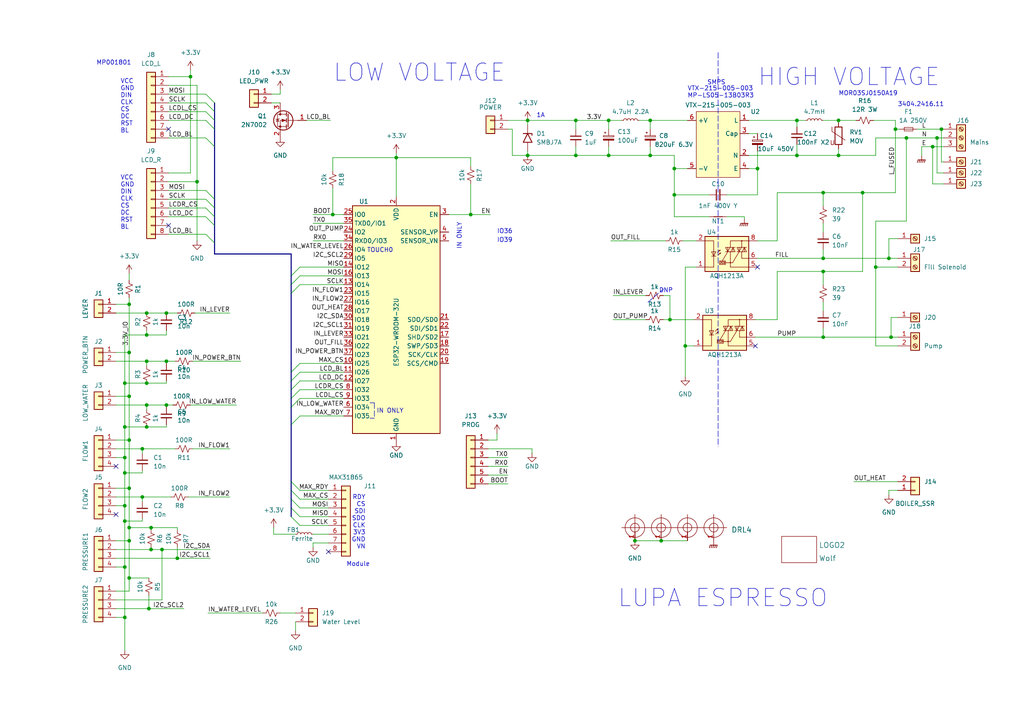
<source format=kicad_sch>
(kicad_sch (version 20211123) (generator eeschema)
  (paper "A4")
  (junction (at 258.445 97.79))
  (junction (at 188.595 45.085))
  (junction (at 36.195 146.685))
  (junction (at 136.525 62.23))
  (junction (at 37.465 102.235))
  (junction (at 273.05 37.465))
  (junction (at 96.52 62.23))
  (junction (at 238.76 78.74))
  (junction (at 194.31 92.71))
  (junction (at 36.195 111.125))
  (junction (at 184.15 156.845))
  (junction (at 48.26 90.805))
  (junction (at 243.205 45.085))
  (junction (at 254 77.47))
  (junction (at 42.545 90.805))
  (junction (at 231.14 45.085))
  (junction (at 153.035 34.925))
  (junction (at 43.815 153.035))
  (junction (at 36.195 151.13))
  (junction (at 46.99 159.385))
  (junction (at 243.205 34.925))
  (junction (at 48.26 104.775))
  (junction (at 198.755 100.33))
  (junction (at 167.005 45.085))
  (junction (at 188.595 34.925))
  (junction (at 238.76 97.79))
  (junction (at 114.935 45.72))
  (junction (at 51.435 161.925))
  (junction (at 219.71 48.895))
  (junction (at 257.81 74.93))
  (junction (at 42.545 97.155))
  (junction (at 36.195 137.16))
  (junction (at 37.465 114.935))
  (junction (at 42.545 111.125))
  (junction (at 176.53 34.925))
  (junction (at 37.465 167.64))
  (junction (at 48.26 117.475))
  (junction (at 176.53 45.085))
  (junction (at 250.19 55.88))
  (junction (at 37.465 156.845))
  (junction (at 43.18 176.53))
  (junction (at 37.465 153.035))
  (junction (at 195.58 56.515))
  (junction (at 41.275 144.145))
  (junction (at 191.77 156.845))
  (junction (at 259.715 37.465))
  (junction (at 55.245 22.225))
  (junction (at 238.76 55.88))
  (junction (at 167.005 34.925))
  (junction (at 36.195 179.07))
  (junction (at 42.545 123.825))
  (junction (at 36.195 164.465))
  (junction (at 43.815 159.385))
  (junction (at 37.465 127.635))
  (junction (at 153.035 45.085))
  (junction (at 41.275 130.175))
  (junction (at 238.76 74.93))
  (junction (at 37.465 141.605))
  (junction (at 231.14 34.925))
  (junction (at 42.545 117.475))
  (junction (at 270.51 42.545))
  (junction (at 36.195 123.825))
  (junction (at 57.15 52.705))
  (junction (at 195.58 48.895))
  (junction (at 262.89 40.005))
  (junction (at 42.545 104.775))
  (junction (at 37.465 88.265))
  (junction (at 271.78 40.005))
  (junction (at 36.195 132.715))
  (no_connect (at 219.075 100.33))
  (no_connect (at 95.25 160.02))
  (no_connect (at 33.655 135.255))
  (no_connect (at 219.71 77.47))
  (no_connect (at 48.895 65.405))
  (no_connect (at 33.655 149.225))
  (no_connect (at 48.895 37.465))
  (bus_entry (at 86.995 147.32) (size -2.54 -2.54))
  (bus_entry (at 59.69 67.945) (size 2.54 2.54))
  (bus_entry (at 84.455 80.01) (size 2.54 -2.54))
  (bus_entry (at 84.455 115.57) (size 2.54 -2.54))
  (bus_entry (at 86.995 105.41) (size -2.54 2.54))
  (bus_entry (at 84.455 123.19) (size 2.54 -2.54))
  (bus_entry (at 86.995 142.24) (size -2.54 -2.54))
  (bus_entry (at 59.69 34.925) (size 2.54 2.54))
  (bus_entry (at 84.455 110.49) (size 2.54 -2.54))
  (bus_entry (at 84.455 85.09) (size 2.54 -2.54))
  (bus_entry (at 86.995 149.86) (size -2.54 -2.54))
  (bus_entry (at 59.69 32.385) (size 2.54 2.54))
  (bus_entry (at 84.455 113.03) (size 2.54 -2.54))
  (bus_entry (at 59.69 27.305) (size 2.54 2.54))
  (bus_entry (at 59.69 60.325) (size 2.54 2.54))
  (bus_entry (at 86.995 144.78) (size -2.54 -2.54))
  (bus_entry (at 84.455 118.11) (size 2.54 -2.54))
  (bus_entry (at 86.995 152.4) (size -2.54 -2.54))
  (bus_entry (at 59.69 55.245) (size 2.54 2.54))
  (bus_entry (at 59.69 62.865) (size 2.54 2.54))
  (bus_entry (at 59.69 40.005) (size 2.54 2.54))
  (bus_entry (at 59.69 57.785) (size 2.54 2.54))
  (bus_entry (at 59.69 29.845) (size 2.54 2.54))
  (bus_entry (at 84.455 82.55) (size 2.54 -2.54))
  (bus (pts (xy 62.23 65.405) (xy 62.23 70.485)))
  (wire (pts (xy 198.755 77.47) (xy 201.93 77.47)))
  (wire (pts (xy 141.605 132.715) (xy 147.32 132.715)))
  (wire (pts (xy 259.715 37.465) (xy 260.985 37.465)))
  (wire (pts (xy 254 100.33) (xy 260.35 100.33)))
  (bus (pts (xy 84.455 139.7) (xy 84.455 142.24)))
  (wire (pts (xy 153.035 43.815) (xy 153.035 45.085)))
  (wire (pts (xy 42.545 111.125) (xy 36.195 111.125)))
  (wire (pts (xy 167.005 34.925) (xy 176.53 34.925)))
  (wire (pts (xy 42.545 117.475) (xy 48.26 117.475)))
  (wire (pts (xy 177.165 69.85) (xy 193.04 69.85)))
  (wire (pts (xy 180.34 34.925) (xy 176.53 34.925)))
  (wire (pts (xy 33.655 171.45) (xy 37.465 171.45)))
  (wire (pts (xy 79.375 153.035) (xy 79.375 154.94)))
  (wire (pts (xy 33.655 156.845) (xy 37.465 156.845)))
  (wire (pts (xy 95.25 149.86) (xy 86.995 149.86)))
  (bus (pts (xy 62.23 32.385) (xy 62.23 34.925)))
  (wire (pts (xy 96.52 49.53) (xy 96.52 45.72)))
  (wire (pts (xy 273.685 53.34) (xy 270.51 53.34)))
  (wire (pts (xy 48.895 52.705) (xy 57.15 52.705)))
  (wire (pts (xy 78.74 27.305) (xy 81.28 27.305)))
  (wire (pts (xy 36.195 111.125) (xy 36.195 123.825)))
  (wire (pts (xy 188.595 45.085) (xy 195.58 45.085)))
  (wire (pts (xy 243.205 45.085) (xy 254 45.085)))
  (wire (pts (xy 266.065 37.465) (xy 273.05 37.465)))
  (wire (pts (xy 258.445 92.075) (xy 258.445 97.79)))
  (wire (pts (xy 48.26 105.41) (xy 48.26 104.775)))
  (wire (pts (xy 48.895 27.305) (xy 59.69 27.305)))
  (wire (pts (xy 48.895 60.325) (xy 59.69 60.325)))
  (wire (pts (xy 42.545 104.775) (xy 48.26 104.775)))
  (wire (pts (xy 33.655 104.775) (xy 42.545 104.775)))
  (wire (pts (xy 253.365 34.925) (xy 259.715 34.925)))
  (wire (pts (xy 99.695 62.23) (xy 96.52 62.23)))
  (wire (pts (xy 144.145 127.635) (xy 144.145 125.73)))
  (bus (pts (xy 84.455 115.57) (xy 84.455 118.11)))
  (wire (pts (xy 96.52 62.23) (xy 96.52 54.61)))
  (bus (pts (xy 62.23 70.485) (xy 62.23 73.66)))
  (wire (pts (xy 55.245 20.32) (xy 55.245 22.225)))
  (bus (pts (xy 84.455 144.78) (xy 84.455 147.32)))
  (wire (pts (xy 250.19 55.88) (xy 250.19 78.74)))
  (wire (pts (xy 33.655 144.145) (xy 41.275 144.145)))
  (wire (pts (xy 43.815 153.035) (xy 51.435 153.035)))
  (wire (pts (xy 37.465 153.035) (xy 37.465 156.845)))
  (wire (pts (xy 48.895 67.945) (xy 59.69 67.945)))
  (wire (pts (xy 184.15 156.845) (xy 191.77 156.845)))
  (wire (pts (xy 270.51 42.545) (xy 273.685 42.545)))
  (wire (pts (xy 43.815 159.385) (xy 46.99 159.385)))
  (wire (pts (xy 148.59 37.465) (xy 148.59 45.085)))
  (wire (pts (xy 141.605 130.175) (xy 154.305 130.175)))
  (wire (pts (xy 48.895 50.165) (xy 55.245 50.165)))
  (polyline (pts (xy 208.28 15.24) (xy 208.28 129.54)))
  (wire (pts (xy 42.545 95.885) (xy 42.545 97.155)))
  (wire (pts (xy 250.19 78.74) (xy 238.76 78.74)))
  (wire (pts (xy 55.88 130.175) (xy 66.675 130.175)))
  (wire (pts (xy 51.435 161.925) (xy 60.96 161.925)))
  (bus (pts (xy 62.23 34.925) (xy 62.23 37.465)))
  (wire (pts (xy 273.05 46.99) (xy 273.05 37.465)))
  (wire (pts (xy 33.655 88.265) (xy 37.465 88.265)))
  (bus (pts (xy 62.23 62.865) (xy 62.23 65.405)))
  (wire (pts (xy 33.655 173.99) (xy 46.99 173.99)))
  (wire (pts (xy 95.25 142.24) (xy 86.995 142.24)))
  (wire (pts (xy 33.655 102.235) (xy 37.465 102.235)))
  (wire (pts (xy 43.18 176.53) (xy 53.34 176.53)))
  (wire (pts (xy 195.58 56.515) (xy 205.74 56.515)))
  (wire (pts (xy 273.685 46.99) (xy 273.05 46.99)))
  (wire (pts (xy 198.755 100.33) (xy 198.755 77.47)))
  (wire (pts (xy 198.12 69.85) (xy 201.93 69.85)))
  (wire (pts (xy 176.53 45.085) (xy 188.595 45.085)))
  (wire (pts (xy 86.995 77.47) (xy 99.695 77.47)))
  (wire (pts (xy 250.19 55.88) (xy 238.76 55.88)))
  (wire (pts (xy 219.71 56.515) (xy 219.71 48.895)))
  (wire (pts (xy 188.595 34.925) (xy 199.39 34.925)))
  (bus (pts (xy 62.23 57.785) (xy 62.23 60.325)))
  (bus (pts (xy 62.23 73.66) (xy 84.455 73.66)))
  (wire (pts (xy 37.465 127.635) (xy 37.465 114.935)))
  (wire (pts (xy 188.595 34.925) (xy 188.595 37.465)))
  (wire (pts (xy 46.99 159.385) (xy 46.99 173.99)))
  (wire (pts (xy 51.435 153.035) (xy 51.435 153.67)))
  (wire (pts (xy 247.65 139.7) (xy 260.35 139.7)))
  (wire (pts (xy 33.655 132.715) (xy 36.195 132.715)))
  (wire (pts (xy 167.005 45.085) (xy 176.53 45.085)))
  (wire (pts (xy 167.005 42.545) (xy 167.005 45.085)))
  (wire (pts (xy 238.76 55.88) (xy 225.425 55.88)))
  (wire (pts (xy 195.58 62.865) (xy 195.58 56.515)))
  (wire (pts (xy 257.81 142.24) (xy 257.81 143.51)))
  (wire (pts (xy 37.465 114.935) (xy 37.465 102.235)))
  (wire (pts (xy 243.205 34.925) (xy 243.205 35.56)))
  (wire (pts (xy 219.075 92.71) (xy 225.425 92.71)))
  (bus (pts (xy 84.455 118.11) (xy 84.455 123.19)))
  (wire (pts (xy 257.81 74.93) (xy 260.35 74.93)))
  (wire (pts (xy 48.895 62.865) (xy 59.69 62.865)))
  (wire (pts (xy 54.61 144.145) (xy 66.675 144.145)))
  (wire (pts (xy 201.295 100.33) (xy 198.755 100.33)))
  (wire (pts (xy 36.195 164.465) (xy 36.195 179.07)))
  (wire (pts (xy 33.655 141.605) (xy 37.465 141.605)))
  (wire (pts (xy 81.28 177.8) (xy 85.725 177.8)))
  (wire (pts (xy 90.805 154.94) (xy 95.25 154.94)))
  (wire (pts (xy 33.655 164.465) (xy 36.195 164.465)))
  (wire (pts (xy 37.465 167.64) (xy 43.18 167.64)))
  (wire (pts (xy 43.815 158.75) (xy 43.815 159.385)))
  (wire (pts (xy 231.14 36.83) (xy 231.14 34.925)))
  (bus (pts (xy 84.455 80.01) (xy 84.455 82.55)))
  (wire (pts (xy 33.655 161.925) (xy 51.435 161.925)))
  (wire (pts (xy 219.075 97.79) (xy 238.76 97.79)))
  (wire (pts (xy 141.605 135.255) (xy 147.32 135.255)))
  (wire (pts (xy 56.515 90.805) (xy 66.675 90.805)))
  (wire (pts (xy 243.205 34.925) (xy 248.285 34.925)))
  (wire (pts (xy 225.425 55.88) (xy 225.425 69.85)))
  (wire (pts (xy 48.895 24.765) (xy 57.15 24.765)))
  (bus (pts (xy 84.455 85.09) (xy 84.455 107.95)))
  (wire (pts (xy 215.9 62.865) (xy 215.9 63.5)))
  (wire (pts (xy 219.71 43.815) (xy 219.71 48.895)))
  (wire (pts (xy 176.53 42.545) (xy 176.53 45.085)))
  (wire (pts (xy 267.335 42.545) (xy 270.51 42.545)))
  (wire (pts (xy 154.305 130.175) (xy 154.305 131.445)))
  (wire (pts (xy 48.26 111.125) (xy 42.545 111.125)))
  (wire (pts (xy 141.605 140.335) (xy 147.32 140.335)))
  (wire (pts (xy 262.89 40.005) (xy 271.78 40.005)))
  (wire (pts (xy 42.545 90.805) (xy 48.26 90.805)))
  (wire (pts (xy 231.14 45.085) (xy 243.205 45.085)))
  (wire (pts (xy 177.8 85.725) (xy 187.325 85.725)))
  (polyline (pts (xy 108.585 116.84) (xy 108.585 121.285)))
  (wire (pts (xy 43.18 172.72) (xy 43.18 176.53)))
  (bus (pts (xy 84.455 123.19) (xy 84.455 139.7)))
  (wire (pts (xy 238.76 74.93) (xy 257.81 74.93)))
  (wire (pts (xy 48.895 22.225) (xy 55.245 22.225)))
  (wire (pts (xy 136.525 62.23) (xy 142.24 62.23)))
  (wire (pts (xy 231.14 41.91) (xy 231.14 45.085)))
  (wire (pts (xy 238.76 59.69) (xy 238.76 55.88)))
  (wire (pts (xy 86.995 105.41) (xy 99.695 105.41)))
  (wire (pts (xy 51.435 158.75) (xy 51.435 161.925)))
  (wire (pts (xy 55.245 117.475) (xy 68.58 117.475)))
  (wire (pts (xy 225.425 92.71) (xy 225.425 78.74)))
  (wire (pts (xy 238.76 97.79) (xy 258.445 97.79)))
  (wire (pts (xy 250.19 55.88) (xy 259.715 55.88)))
  (wire (pts (xy 238.76 64.77) (xy 238.76 67.31)))
  (wire (pts (xy 33.655 179.07) (xy 36.195 179.07)))
  (wire (pts (xy 48.895 55.245) (xy 59.69 55.245)))
  (wire (pts (xy 48.26 90.805) (xy 51.435 90.805)))
  (wire (pts (xy 259.715 55.88) (xy 259.715 37.465)))
  (wire (pts (xy 141.605 127.635) (xy 144.145 127.635)))
  (wire (pts (xy 141.605 137.795) (xy 147.32 137.795)))
  (wire (pts (xy 176.53 34.925) (xy 176.53 37.465)))
  (wire (pts (xy 36.195 123.825) (xy 36.195 132.715)))
  (wire (pts (xy 48.895 32.385) (xy 59.69 32.385)))
  (wire (pts (xy 57.15 52.705) (xy 57.15 69.85)))
  (wire (pts (xy 90.805 157.48) (xy 90.805 158.75)))
  (wire (pts (xy 195.58 48.895) (xy 199.39 48.895)))
  (wire (pts (xy 36.195 179.07) (xy 36.195 188.595)))
  (wire (pts (xy 48.26 123.19) (xy 48.26 123.825)))
  (wire (pts (xy 48.26 95.885) (xy 48.26 97.155)))
  (polyline (pts (xy 107.315 116.84) (xy 108.585 116.84)))
  (polyline (pts (xy 107.315 121.285) (xy 108.585 121.285)))
  (wire (pts (xy 85.725 180.34) (xy 85.725 182.88)))
  (wire (pts (xy 43.815 153.035) (xy 43.815 153.67)))
  (wire (pts (xy 238.76 87.63) (xy 238.76 90.17)))
  (wire (pts (xy 37.465 88.265) (xy 37.465 86.36)))
  (wire (pts (xy 262.89 64.135) (xy 254 64.135)))
  (wire (pts (xy 37.465 153.035) (xy 43.815 153.035)))
  (wire (pts (xy 41.275 137.16) (xy 36.195 137.16)))
  (wire (pts (xy 243.205 43.18) (xy 243.205 45.085)))
  (wire (pts (xy 258.445 97.79) (xy 260.35 97.79)))
  (wire (pts (xy 260.35 69.215) (xy 257.81 69.215)))
  (wire (pts (xy 48.895 34.925) (xy 59.69 34.925)))
  (wire (pts (xy 88.9 34.925) (xy 95.885 34.925)))
  (wire (pts (xy 195.58 48.895) (xy 195.58 56.515)))
  (wire (pts (xy 270.51 53.34) (xy 270.51 42.545)))
  (wire (pts (xy 36.195 123.825) (xy 42.545 123.825)))
  (wire (pts (xy 41.275 130.175) (xy 50.8 130.175)))
  (wire (pts (xy 41.275 150.495) (xy 41.275 151.13)))
  (wire (pts (xy 254 40.005) (xy 254 45.085)))
  (wire (pts (xy 185.42 34.925) (xy 188.595 34.925)))
  (wire (pts (xy 192.405 85.725) (xy 194.31 85.725)))
  (wire (pts (xy 136.525 48.26) (xy 136.525 45.72)))
  (wire (pts (xy 48.26 117.475) (xy 50.165 117.475)))
  (wire (pts (xy 86.995 113.03) (xy 99.695 113.03)))
  (wire (pts (xy 136.525 62.23) (xy 130.175 62.23)))
  (bus (pts (xy 84.455 107.95) (xy 84.455 110.49)))
  (bus (pts (xy 84.455 82.55) (xy 84.455 85.09)))
  (wire (pts (xy 33.655 114.935) (xy 37.465 114.935)))
  (wire (pts (xy 217.17 34.925) (xy 231.14 34.925)))
  (wire (pts (xy 238.76 72.39) (xy 238.76 74.93)))
  (wire (pts (xy 42.545 97.155) (xy 36.195 97.155)))
  (wire (pts (xy 136.525 53.34) (xy 136.525 62.23)))
  (wire (pts (xy 192.405 92.71) (xy 194.31 92.71)))
  (wire (pts (xy 148.59 45.085) (xy 153.035 45.085)))
  (wire (pts (xy 254 77.47) (xy 260.35 77.47)))
  (wire (pts (xy 238.76 82.55) (xy 238.76 78.74)))
  (wire (pts (xy 260.35 142.24) (xy 257.81 142.24)))
  (wire (pts (xy 48.895 57.785) (xy 59.69 57.785)))
  (wire (pts (xy 225.425 78.74) (xy 238.76 78.74)))
  (wire (pts (xy 48.26 110.49) (xy 48.26 111.125)))
  (wire (pts (xy 86.995 120.65) (xy 99.695 120.65)))
  (bus (pts (xy 62.23 42.545) (xy 62.23 57.785)))
  (wire (pts (xy 114.935 45.72) (xy 114.935 57.15)))
  (wire (pts (xy 86.995 82.55) (xy 99.695 82.55)))
  (wire (pts (xy 90.805 69.85) (xy 99.695 69.85)))
  (wire (pts (xy 81.28 27.305) (xy 81.28 26.035)))
  (wire (pts (xy 57.15 24.765) (xy 57.15 52.705)))
  (wire (pts (xy 267.335 45.085) (xy 267.335 42.545)))
  (wire (pts (xy 78.74 29.845) (xy 81.28 29.845)))
  (wire (pts (xy 48.26 97.155) (xy 42.545 97.155)))
  (wire (pts (xy 114.935 44.45) (xy 114.935 45.72)))
  (wire (pts (xy 231.14 34.925) (xy 233.68 34.925)))
  (wire (pts (xy 271.78 40.005) (xy 273.685 40.005)))
  (wire (pts (xy 42.545 123.825) (xy 48.26 123.825)))
  (wire (pts (xy 194.31 92.71) (xy 201.295 92.71)))
  (wire (pts (xy 86.995 107.95) (xy 99.695 107.95)))
  (bus (pts (xy 62.23 60.325) (xy 62.23 62.865)))
  (wire (pts (xy 36.195 137.16) (xy 36.195 146.685)))
  (bus (pts (xy 62.23 29.845) (xy 62.23 32.385)))
  (wire (pts (xy 191.77 156.845) (xy 199.39 156.845)))
  (wire (pts (xy 48.26 117.475) (xy 48.26 118.11)))
  (wire (pts (xy 259.715 34.925) (xy 259.715 37.465)))
  (wire (pts (xy 33.655 127.635) (xy 37.465 127.635)))
  (wire (pts (xy 37.465 141.605) (xy 37.465 153.035)))
  (polyline (pts (xy 187.96 87.63) (xy 192.405 83.82)))
  (wire (pts (xy 36.195 97.155) (xy 36.195 111.125)))
  (wire (pts (xy 96.52 45.72) (xy 114.935 45.72)))
  (wire (pts (xy 254 40.005) (xy 262.89 40.005)))
  (wire (pts (xy 55.245 22.225) (xy 55.245 50.165)))
  (wire (pts (xy 147.32 37.465) (xy 148.59 37.465)))
  (bus (pts (xy 84.455 110.49) (xy 84.455 113.03)))
  (wire (pts (xy 37.465 79.375) (xy 37.465 81.28)))
  (wire (pts (xy 195.58 45.085) (xy 195.58 48.895)))
  (wire (pts (xy 147.32 34.925) (xy 153.035 34.925)))
  (wire (pts (xy 210.82 62.865) (xy 215.9 62.865)))
  (wire (pts (xy 86.995 115.57) (xy 99.695 115.57)))
  (wire (pts (xy 194.31 85.725) (xy 194.31 92.71)))
  (wire (pts (xy 42.545 117.475) (xy 42.545 118.745)))
  (wire (pts (xy 262.89 40.005) (xy 262.89 64.135)))
  (wire (pts (xy 219.71 69.85) (xy 225.425 69.85)))
  (wire (pts (xy 46.99 159.385) (xy 60.96 159.385)))
  (wire (pts (xy 198.755 100.33) (xy 198.755 109.22)))
  (wire (pts (xy 205.74 62.865) (xy 195.58 62.865)))
  (wire (pts (xy 273.685 50.165) (xy 271.78 50.165)))
  (wire (pts (xy 41.275 144.145) (xy 49.53 144.145)))
  (wire (pts (xy 37.465 102.235) (xy 37.465 88.265)))
  (wire (pts (xy 217.17 38.735) (xy 219.71 38.735)))
  (wire (pts (xy 217.17 45.085) (xy 231.14 45.085)))
  (wire (pts (xy 167.005 34.925) (xy 167.005 37.465)))
  (wire (pts (xy 55.88 104.775) (xy 69.85 104.775)))
  (wire (pts (xy 86.995 110.49) (xy 99.695 110.49)))
  (wire (pts (xy 238.76 34.925) (xy 243.205 34.925)))
  (wire (pts (xy 177.8 92.71) (xy 187.325 92.71)))
  (wire (pts (xy 41.275 144.145) (xy 41.275 145.415)))
  (wire (pts (xy 37.465 167.64) (xy 37.465 156.845)))
  (wire (pts (xy 95.25 147.32) (xy 86.995 147.32)))
  (wire (pts (xy 33.655 176.53) (xy 43.18 176.53)))
  (bus (pts (xy 84.455 73.66) (xy 84.455 80.01)))
  (bus (pts (xy 84.455 142.24) (xy 84.455 144.78)))
  (wire (pts (xy 114.935 45.72) (xy 136.525 45.72)))
  (wire (pts (xy 95.25 152.4) (xy 86.995 152.4)))
  (wire (pts (xy 95.25 157.48) (xy 90.805 157.48)))
  (wire (pts (xy 219.71 74.93) (xy 238.76 74.93)))
  (bus (pts (xy 62.23 37.465) (xy 62.23 42.545)))
  (wire (pts (xy 33.655 130.175) (xy 41.275 130.175)))
  (wire (pts (xy 60.325 177.8) (xy 76.2 177.8)))
  (wire (pts (xy 33.655 159.385) (xy 43.815 159.385)))
  (wire (pts (xy 41.275 151.13) (xy 36.195 151.13)))
  (wire (pts (xy 219.71 48.895) (xy 217.17 48.895)))
  (wire (pts (xy 260.35 92.075) (xy 258.445 92.075)))
  (wire (pts (xy 33.655 146.685) (xy 36.195 146.685)))
  (wire (pts (xy 41.275 136.525) (xy 41.275 137.16)))
  (wire (pts (xy 210.82 56.515) (xy 219.71 56.515)))
  (wire (pts (xy 238.76 95.25) (xy 238.76 97.79)))
  (wire (pts (xy 153.035 34.925) (xy 153.035 36.195)))
  (wire (pts (xy 36.195 151.13) (xy 36.195 164.465)))
  (wire (pts (xy 48.895 40.005) (xy 59.69 40.005)))
  (wire (pts (xy 36.195 146.685) (xy 36.195 151.13)))
  (wire (pts (xy 48.895 29.845) (xy 59.69 29.845)))
  (wire (pts (xy 273.05 37.465) (xy 273.685 37.465)))
  (wire (pts (xy 86.995 80.01) (xy 99.695 80.01)))
  (wire (pts (xy 42.545 104.775) (xy 42.545 106.045)))
  (wire (pts (xy 90.805 64.77) (xy 99.695 64.77)))
  (wire (pts (xy 153.035 34.925) (xy 167.005 34.925)))
  (wire (pts (xy 37.465 171.45) (xy 37.465 167.64)))
  (wire (pts (xy 271.78 50.165) (xy 271.78 40.005)))
  (wire (pts (xy 33.655 117.475) (xy 42.545 117.475)))
  (wire (pts (xy 257.81 69.215) (xy 257.81 74.93)))
  (wire (pts (xy 37.465 141.605) (xy 37.465 127.635)))
  (bus (pts (xy 84.455 147.32) (xy 84.455 149.86)))
  (wire (pts (xy 95.25 144.78) (xy 86.995 144.78)))
  (wire (pts (xy 33.655 90.805) (xy 42.545 90.805)))
  (bus (pts (xy 84.455 113.03) (xy 84.455 115.57)))
  (wire (pts (xy 254 77.47) (xy 254 100.33)))
  (wire (pts (xy 79.375 154.94) (xy 85.725 154.94)))
  (wire (pts (xy 48.26 104.775) (xy 50.8 104.775)))
  (wire (pts (xy 188.595 45.085) (xy 188.595 42.545)))
  (wire (pts (xy 153.035 45.085) (xy 167.005 45.085)))
  (wire (pts (xy 90.805 62.23) (xy 96.52 62.23)))
  (wire (pts (xy 254 64.135) (xy 254 77.47)))
  (wire (pts (xy 41.275 130.175) (xy 41.275 131.445)))
  (wire (pts (xy 36.195 132.715) (xy 36.195 137.16)))
  (text "HIGH VOLTAGE" (at 219.71 25.4 0) (effects (font (size 5 5)) (justify left bottom)))
  (text "Module" (at 107.315 164.465 180) (effects (font (size 1.27 1.27)) (justify right bottom)))
  (text "LOW VOLTAGE" (at 96.52 24.13 0) (effects (font (size 5 5)) (justify left bottom)))
  (text "MOR03SJ0150A19" (at 243.205 27.94 0) (effects (font (size 1.27 1.27)) (justify left bottom)))
  (text "IN ONLY" (at 109.22 120.015 0) (effects (font (size 1.27 1.27)) (justify left bottom)))
  (text "RDY\nCS\nSDI\nSDO\nCLK\n3V3\nGND\nVN" (at 106.045 159.385 180) (effects (font (size 1.27 1.27)) (justify right bottom)))
  (text "TOUCH0" (at 106.426 73.406 0) (effects (font (size 1.27 1.27)) (justify left bottom)))
  (text "MP001801" (at 27.94 19.05 0) (effects (font (size 1.27 1.27)) (justify left bottom)))
  (text "SMPS" (at 205.105 24.765 0) (effects (font (size 1.27 1.27)) (justify left bottom)))
  (text "VCC\nGND\nDIN\nCLK\nCS\nDC\nRST\nBL" (at 34.925 38.735 0) (effects (font (size 1.27 1.27)) (justify left bottom)))
  (text "VCC\nGND\nDIN\nCLK\nCS\nDC\nRST\nBL" (at 34.925 66.675 0) (effects (font (size 1.27 1.27)) (justify left bottom)))
  (text "1A" (at 155.575 34.29 0) (effects (font (size 1.27 1.27)) (justify left bottom)))
  (text "LUPA ESPRESSO" (at 179.07 176.53 0) (effects (font (size 5 5)) (justify left bottom)))
  (text "IN ONLY" (at 133.985 72.39 90) (effects (font (size 1.27 1.27)) (justify left bottom)))
  (text "VTX-215-005-003\nMP-LS05-13B03R3" (at 199.39 28.575 0) (effects (font (size 1.27 1.27)) (justify left bottom)))
  (text "DNP" (at 191.135 85.09 0) (effects (font (size 1.27 1.27)) (justify left bottom)))
  (text "IO39" (at 144.145 70.485 0) (effects (font (size 1.27 1.27)) (justify left bottom)))
  (text "IO36" (at 144.145 67.945 0) (effects (font (size 1.27 1.27)) (justify left bottom)))
  (text "3404.2416.11" (at 260.35 31.115 0) (effects (font (size 1.27 1.27)) (justify left bottom)))
  (label "SCLK" (at 95.25 152.4 180))
  (label "TX0" (at 90.805 64.77 0))
  (label "LCD_DC" (at 99.695 110.49 180))
  (label "SCLK" (at 99.695 82.55 180))
  (label "I2C_SCL2" (at 99.695 74.93 180))
  (label "OUT_HEAT" (at 99.695 90.17 180))
  (label "OUT_PUMP" (at 177.8 92.71 0))
  (label "LCDR_CS" (at 99.695 113.03 180))
  (label "MAX_CS" (at 99.695 105.41 180))
  (label "MOSI" (at 48.895 55.245 0))
  (label "EN" (at 142.24 62.23 180))
  (label "LCD_BL" (at 95.885 34.925 180))
  (label "TX0" (at 147.32 132.715 180))
  (label "MAX_RDY" (at 99.695 120.65 180))
  (label "I2C_SCL1" (at 60.96 161.925 180))
  (label "PUMP" (at 225.425 97.79 0))
  (label "RX0" (at 90.805 69.85 0))
  (label "IN_POWER_BTN" (at 69.85 104.775 180))
  (label "IN_FLOW1" (at 99.695 85.09 180))
  (label "3.3V" (at 170.1535 34.925 0))
  (label "IN_LEVER" (at 66.675 90.805 180))
  (label "FILL" (at 224.79 74.93 0))
  (label "LCD_DC" (at 48.895 34.925 0))
  (label "OUT_FILL" (at 177.165 69.85 0))
  (label "SCLK" (at 48.895 57.785 0))
  (label "IN_LEVER" (at 177.8 85.725 0))
  (label "LCD_DC" (at 48.895 62.865 0))
  (label "IN_LOW_WATER" (at 99.695 118.11 180))
  (label "L_FUSED" (at 259.715 50.8 90))
  (label "LCD_BL" (at 48.895 67.945 0))
  (label "MAX_RDY" (at 95.25 142.24 180))
  (label "OUT_HEAT" (at 247.65 139.7 0))
  (label "BOOT" (at 147.32 140.335 180))
  (label "N" (at 267.335 40.005 0))
  (label "I2C_SDA" (at 99.695 92.71 180))
  (label "IN_FLOW1" (at 66.675 130.175 180))
  (label "MOSI" (at 95.25 147.32 180))
  (label "BOOT" (at 90.805 62.23 0))
  (label "LCDR_CS" (at 48.895 60.325 0))
  (label "RX0" (at 147.32 135.255 180))
  (label "I2C_SCL1" (at 99.695 95.25 180))
  (label "LCDL_CS" (at 48.895 32.385 0))
  (label "MISO" (at 99.695 77.47 180))
  (label "3.3V_IO" (at 37.465 100.33 90))
  (label "IN_LEVER" (at 99.695 97.79 180))
  (label "OUT_PUMP" (at 99.695 67.31 180))
  (label "MOSI" (at 99.695 80.01 180))
  (label "IN_FLOW2" (at 99.695 87.63 180))
  (label "IN_WATER_LEVEL" (at 60.325 177.8 0))
  (label "E" (at 267.335 42.545 0))
  (label "MAX_CS" (at 95.25 144.78 180))
  (label "I2C_SDA" (at 60.96 159.385 180))
  (label "MISO" (at 95.25 149.86 180))
  (label "LCD_BL" (at 48.895 40.005 0))
  (label "IN_FLOW2" (at 66.675 144.145 180))
  (label "OUT_FILL" (at 99.695 100.33 180))
  (label "IN_WATER_LEVEL" (at 99.695 72.39 180))
  (label "EN" (at 147.32 137.795 180))
  (label "SCLK" (at 48.895 29.845 0))
  (label "L" (at 267.335 37.465 0))
  (label "LCD_BL" (at 99.695 107.95 180))
  (label "IN_POWER_BTN" (at 99.695 102.87 180))
  (label "LCDL_CS" (at 99.695 115.57 180))
  (label "I2C_SCL2" (at 53.34 176.53 180))
  (label "IN_LOW_WATER" (at 68.58 117.475 180))
  (label "MOSI" (at 48.895 27.305 0))
  (symbol (lib_id "Device:C_Small") (at 48.26 93.345 0) (unit 1)
    (property "Reference" "C3" (at 51.435 92.0812 0) (effects (justify left)))
    (property "Value" "10n" (at 51.435 94.6212 0) (effects (justify left)))
    (property "Footprint" "Capacitor_SMD:C_0603_1608Metric" (effects hide))
  )
  (symbol (lib_id "Relay_SolidState:AQH1213A") (at 211.455 95.25 0) (unit 1)
    (property "Reference" "U3" (at 205.74 90.17 0))
    (property "Value" "AQH1213A" (at 210.185 102.87 0))
    (property "Footprint" "Package_SO:SSO-7-8_6.4x9.78mm_P2.54mm" (effects hide))
    (property "Datasheet" "https://b2b-api.panasonic.eu/file_stream/pids/fileversion/2787" (effects hide))
  )
  (symbol (lib_id "Connector_Generic:Conn_01x08") (at 43.815 57.785 0) (mirror y) (unit 1)
    (property "Reference" "J9" (at 43.815 43.815 0))
    (property "Value" "LCD_R" (at 43.815 46.355 0))
    (property "Footprint" "Connector_JST:JST_XH_B8B-XH-A_1x08_P2.50mm_Vertical" (effects hide))
  )
  (symbol (lib_id "Connector:Screw_Terminal_01x01") (at 265.43 92.075 0) (unit 1)
    (property "Reference" "J20" (at 267.97 92.0749 0) (effects (justify left)))
    (property "Value" "Screw_Terminal_01x01" (effects hide))
    (property "Footprint" "Visclib:TAB_TERMINAL" (effects hide))
  )
  (symbol (lib_id "Connector_Generic:Conn_01x04") (at 28.575 159.385 0) (mirror y) (unit 1)
    (property "Reference" "J6" (at 28.575 153.67 0))
    (property "Value" "PRESSURE1" (at 24.765 160.02 90))
    (property "Footprint" "Connector_JST:JST_XH_B4B-XH-A_1x04_P2.50mm_Vertical" (effects hide))
  )
  (symbol (lib_id "Device:C_Small") (at 238.76 69.85 0) (unit 1)
    (property "Reference" "C6" (at 241.3 68.5862 0) (effects (justify left)))
    (property "Value" "10nF" (at 241.3 71.1262 0) (effects (justify left)))
    (property "Footprint" "Resistor_SMD:R_0805_2012Metric" (effects hide))
  )
  (symbol (lib_id "Device:C_Small") (at 48.26 120.65 0) (unit 1)
    (property "Reference" "C5" (at 51.435 119.3862 0) (effects (justify left)))
    (property "Value" "10n" (at 51.435 121.9262 0) (effects (justify left)))
    (property "Footprint" "Capacitor_SMD:C_0603_1608Metric" (effects hide))
  )
  (symbol (lib_id "Device:C_Small") (at 208.28 56.515 90) (unit 1)
    (property "Reference" "C10" (at 208.28 53.34 90))
    (property "Value" "1nF 400V Y" (at 208.28 59.69 90))
    (property "Footprint" "Capacitor_THT:C_Rect_L7.0mm_W2.5mm_P5.00mm" (effects hide))
  )
  (symbol (lib_id "power:GND") (at 114.935 128.27 0) (unit 1)
    (property "Reference" "#PWR0119" (effects hide))
    (property "Value" "GND" (at 114.935 132.08 0))
  )
  (symbol (lib_id "Device:R_Small_US") (at 53.975 90.805 270) (unit 1)
    (property "Reference" "R12" (at 53.975 93.345 90))
    (property "Value" "100R" (at 53.975 88.265 90))
    (property "Footprint" "Resistor_SMD:R_0603_1608Metric" (effects hide))
  )
  (symbol (lib_id "Device:L_Small") (at 182.88 34.925 90) (unit 1)
    (property "Reference" "L2" (at 182.88 29.845 90))
    (property "Value" "4.7uH 2.2A" (at 182.88 32.385 90))
    (property "Footprint" "Inductor_SMD:L_6.3x6.3_H3" (effects hide))
  )
  (symbol (lib_id "Connector:Screw_Terminal_01x02") (at 265.43 74.93 0) (unit 1)
    (property "Reference" "J17" (at 264.795 72.39 0) (effects (justify left)))
    (property "Value" "Fill Solenoid" (at 267.97 77.4699 0) (effects (justify left)))
    (property "Footprint" "TerminalBlock_Altech:Altech_AK300_1x02_P5.00mm_45-Degree" (effects hide))
  )
  (symbol (lib_id "power:GND") (at 184.15 156.845 0) (unit 1)
    (property "Reference" "#PWR0107" (effects hide))
    (property "Value" "GND" (at 184.15 161.925 0))
  )
  (symbol (lib_id "power:GND") (at 36.195 188.595 0) (unit 1)
    (property "Reference" "#PWR0120" (effects hide))
    (property "Value" "GND" (at 36.195 193.675 0))
  )
  (symbol (lib_id "Device:R_Small_US") (at 43.815 156.21 0) (unit 1)
    (property "Reference" "R6" (at 46.355 156.21 90))
    (property "Value" "10k" (at 41.275 156.21 90))
    (property "Footprint" "Resistor_SMD:R_0603_1608Metric" (effects hide))
  )
  (symbol (lib_id "Device:C_Small") (at 41.275 147.955 0) (unit 1)
    (property "Reference" "C2" (at 44.45 146.6912 0) (effects (justify left)))
    (property "Value" "10n" (at 44.45 149.2312 0) (effects (justify left)))
    (property "Footprint" "Capacitor_SMD:C_0603_1608Metric" (effects hide))
  )
  (symbol (lib_id "power:+3.3V") (at 37.465 79.375 0) (unit 1)
    (property "Reference" "#PWR0115" (effects hide))
    (property "Value" "+3.3V" (at 37.465 74.295 0))
  )
  (symbol (lib_id "power:GNDPWR") (at 215.9 63.5 0) (unit 1)
    (property "Reference" "#PWR0105" (effects hide))
    (property "Value" "GNDPWR" (effects hide))
  )
  (symbol (lib_id "visclib:DrillHoleE") (at 184.15 153.035 0) (unit 1)
    (property "Reference" "DRL1" (effects hide))
    (property "Value" "DrillHoleE" (effects hide))
    (property "Footprint" "MountingHole:MountingHole_3.2mm_M3_Pad" (effects hide))
  )
  (symbol (lib_id "Connector_Generic:Conn_01x02") (at 142.24 34.925 0) (mirror y) (unit 1)
    (property "Reference" "J12" (at 142.24 29.21 0))
    (property "Value" "POWER" (at 142.24 31.115 0))
    (property "Footprint" "Connector_JST:JST_XH_B2B-XH-A_1x02_P2.50mm_Vertical" (effects hide))
  )
  (symbol (lib_id "visclib:SMPS-VTX-215-005-003") (at 208.28 38.735 0) (unit 1)
    (property "Reference" "U2" (at 219.075 32.385 0))
    (property "Value" "VTX-215-005-003" (at 208.28 30.48 0))
    (property "Footprint" "Visclib:SMPS-VTX-215-005-003" (effects hide))
  )
  (symbol (lib_id "visclib:DrillHoleE") (at 191.77 153.035 0) (unit 1)
    (property "Reference" "DRL2" (effects hide))
    (property "Value" "DrillHoleE" (effects hide))
    (property "Footprint" "MountingHole:MountingHole_3.2mm_M3_Pad" (effects hide))
  )
  (symbol (lib_id "Device:R_Small_US") (at 238.76 62.23 0) (unit 1)
    (property "Reference" "R22" (at 241.3 60.9599 0) (effects (justify left)))
    (property "Value" "39" (at 241.3 63.4999 0) (effects (justify left)))
    (property "Footprint" "Resistor_SMD:R_0805_2012Metric" (effects hide))
  )
  (symbol (lib_id "Transistor_FET:2N7002") (at 83.82 34.925 0) (mirror y) (unit 1)
    (property "Reference" "Q1" (at 77.47 33.6549 0) (effects (justify left)))
    (property "Value" "2N7002" (at 77.47 36.1949 0) (effects (justify left)))
    (property "Footprint" "Package_TO_SOT_SMD:SOT-23" (effects hide))
    (property "Datasheet" "https://www.onsemi.com/pub/Collateral/NDS7002A-D.PDF" (effects hide))
  )
  (symbol (lib_id "Connector:Screw_Terminal_01x03") (at 278.765 40.005 0) (unit 1)
    (property "Reference" "J16" (at 277.495 34.925 0) (effects (justify left)))
    (property "Value" "Mains" (at 281.305 41.2749 0) (effects (justify left)))
    (property "Footprint" "TerminalBlock_Altech:Altech_AK300_1x03_P5.00mm_45-Degree" (effects hide))
  )
  (symbol (lib_id "power:+3.3V") (at 79.375 153.035 0) (unit 1)
    (property "Reference" "#PWR0117" (effects hide))
    (property "Value" "+3.3V" (at 79.375 147.955 0))
  )
  (symbol (lib_id "Device:R_Small_US") (at 42.545 93.345 180) (unit 1)
    (property "Reference" "R2" (at 40.005 93.345 90))
    (property "Value" "1k" (at 45.085 93.345 90))
    (property "Footprint" "Resistor_SMD:R_0603_1608Metric" (effects hide))
  )
  (symbol (lib_id "Device:R_Small_US") (at 195.58 69.85 270) (unit 1)
    (property "Reference" "R15" (at 195.58 72.39 90))
    (property "Value" "1k" (at 195.58 67.31 90))
    (property "Footprint" "Resistor_SMD:R_0603_1608Metric" (effects hide))
  )
  (symbol (lib_id "power:GND") (at 154.305 131.445 0) (unit 1)
    (property "Reference" "#PWR0122" (effects hide))
    (property "Value" "GND" (at 154.305 135.255 0))
  )
  (symbol (lib_id "Device:C_Polarized_Small") (at 188.595 40.005 0) (unit 1)
    (property "Reference" "C8" (at 191.135 39.37 0) (effects (justify left)))
    (property "Value" "820uF 6.3V" (at 189.865 41.91 0) (effects (justify left)))
    (property "Footprint" "Capacitor_THT:CP_Radial_D8.0mm_P3.50mm" (effects hide))
  )
  (symbol (lib_id "Device:C_Small") (at 48.26 107.95 0) (unit 1)
    (property "Reference" "C4" (at 51.435 106.6862 0) (effects (justify left)))
    (property "Value" "10n" (at 51.435 109.2262 0) (effects (justify left)))
    (property "Footprint" "Capacitor_SMD:C_0603_1608Metric" (effects hide))
  )
  (symbol (lib_id "Connector:Screw_Terminal_01x01") (at 265.43 69.215 0) (unit 1)
    (property "Reference" "J15" (at 267.97 69.2149 0) (effects (justify left)))
    (property "Value" "Screw_Terminal_01x01" (effects hide))
    (property "Footprint" "Visclib:TAB_TERMINAL" (effects hide))
  )
  (symbol (lib_id "Connector_Generic:Conn_01x02") (at 28.575 102.235 0) (mirror y) (unit 1)
    (property "Reference" "J2" (at 28.575 99.06 0))
    (property "Value" "POWER_BTN" (at 24.765 102.87 90))
    (property "Footprint" "Connector_JST:JST_XH_B2B-XH-A_1x02_P2.50mm_Vertical" (effects hide))
  )
  (symbol (lib_id "Device:R_Small_US") (at 250.825 34.925 90) (unit 1)
    (property "Reference" "R16" (at 250.825 29.21 90))
    (property "Value" "12R 3W" (at 250.825 31.75 90))
    (property "Footprint" "Resistor_THT:R_Axial_DIN0516_L15.5mm_D5.0mm_P5.08mm_Vertical" (effects hide))
  )
  (symbol (lib_id "power:GND") (at 198.755 109.22 0) (unit 1)
    (property "Reference" "#PWR0112" (effects hide))
    (property "Value" "GND" (at 198.755 114.3 0))
  )
  (symbol (lib_id "Connector_Generic:Conn_01x08") (at 100.33 149.86 0) (unit 1)
    (property "Reference" "J11" (at 107.315 140.97 0))
    (property "Value" "MAX31865" (at 100.33 138.43 0))
    (property "Footprint" "Connector_PinHeader_2.54mm:PinHeader_1x08_P2.54mm_Vertical" (effects hide))
  )
  (symbol (lib_id "Connector:Screw_Terminal_01x01") (at 278.765 50.165 0) (unit 1)
    (property "Reference" "J22" (at 281.305 50.1649 0) (effects (justify left)))
    (property "Value" "Screw_Terminal_01x01" (effects hide))
    (property "Footprint" "Visclib:TAB_TERMINAL" (effects hide))
  )
  (symbol (lib_id "Connector_Generic:Conn_01x06") (at 136.525 132.715 0) (mirror y) (unit 1)
    (property "Reference" "J13" (at 136.525 120.65 0))
    (property "Value" "PROG" (at 136.525 123.19 0))
    (property "Footprint" "Connector_PinHeader_2.54mm:PinHeader_1x06_P2.54mm_Vertical_SMD_Pin1Left" (effects hide))
  )
  (symbol (lib_id "Connector_Generic:Conn_01x02") (at 265.43 142.24 0) (mirror x) (unit 1)
    (property "Reference" "J14" (at 269.875 139.7 0))
    (property "Value" "BOILER_SSR" (at 265.43 146.05 0))
    (property "Footprint" "Connector_JST:JST_XH_S2B-XH-A_1x02_P2.50mm_Horizontal" (effects hide))
  )
  (symbol (lib_id "Device:R_Small_US") (at 96.52 52.07 0) (unit 1)
    (property "Reference" "R18" (at 99.06 52.07 90))
    (property "Value" "10k" (at 93.98 52.07 90))
    (property "Footprint" "Resistor_SMD:R_0603_1608Metric" (effects hide))
  )
  (symbol (lib_id "Device:R_Small_US") (at 43.18 170.18 0) (unit 1)
    (property "Reference" "R5" (at 45.72 170.18 90))
    (property "Value" "10k" (at 40.64 170.18 90))
    (property "Footprint" "Resistor_SMD:R_0603_1608Metric" (effects hide))
  )
  (symbol (lib_id "Connector_Generic:Conn_01x02") (at 73.66 27.305 0) (mirror y) (unit 1)
    (property "Reference" "J10" (at 73.66 20.955 0))
    (property "Value" "LED_PWR" (at 73.66 23.495 0))
    (property "Footprint" "Connector_JST:JST_XH_B2B-XH-A_1x02_P2.50mm_Vertical" (effects hide))
  )
  (symbol (lib_id "power:GND") (at 85.725 182.88 0) (mirror y) (unit 1)
    (property "Reference" "#PWR0104" (effects hide))
    (property "Value" "GND" (at 85.725 187.96 0))
  )
  (symbol (lib_id "Device:R_Small_US") (at 78.74 177.8 270) (unit 1)
    (property "Reference" "R26" (at 78.74 180.34 90))
    (property "Value" "10k" (at 78.74 175.26 90))
    (property "Footprint" "Resistor_SMD:R_0603_1608Metric" (effects hide))
  )
  (symbol (lib_id "Connector:Screw_Terminal_01x01") (at 278.765 53.34 0) (unit 1)
    (property "Reference" "J23" (at 281.305 53.3399 0) (effects (justify left)))
    (property "Value" "Screw_Terminal_01x01" (effects hide))
    (property "Footprint" "Visclib:TAB_TERMINAL" (effects hide))
  )
  (symbol (lib_id "power:+3.3V") (at 144.145 125.73 0) (unit 1)
    (property "Reference" "#PWR0121" (effects hide))
    (property "Value" "+3.3V" (at 144.145 120.65 0))
  )
  (symbol (lib_id "Device:R_Small_US") (at 51.435 156.21 0) (unit 1)
    (property "Reference" "R7" (at 53.975 156.21 90))
    (property "Value" "10k" (at 48.895 156.21 90))
    (property "Footprint" "Resistor_SMD:R_0603_1608Metric" (effects hide))
  )
  (symbol (lib_id "Device:R_Small_US") (at 238.76 85.09 0) (unit 1)
    (property "Reference" "R23" (at 241.3 83.8199 0) (effects (justify left)))
    (property "Value" "39" (at 241.3 86.3599 0) (effects (justify left)))
    (property "Footprint" "Resistor_SMD:R_0805_2012Metric" (effects hide))
  )
  (symbol (lib_id "power:GND") (at 57.15 69.85 0) (unit 1)
    (property "Reference" "#PWR0116" (effects hide))
    (property "Value" "GND" (at 57.15 74.93 0))
  )
  (symbol (lib_id "Device:NetTie_2") (at 208.28 62.865 0) (unit 1)
    (property "Reference" "NT1" (at 208.28 64.135 0))
    (property "Value" "NetTie_2" (effects hide))
    (property "Footprint" "NetTie:NetTie-2_SMD_Pad2.0mm" (effects hide))
  )
  (symbol (lib_id "Device:R_Small_US") (at 42.545 108.585 180) (unit 1)
    (property "Reference" "R3" (at 40.005 108.585 90))
    (property "Value" "1k" (at 45.085 108.585 90))
    (property "Footprint" "Resistor_SMD:R_0603_1608Metric" (effects hide))
  )
  (symbol (lib_id "power:+3.3V") (at 153.035 34.925 0) (unit 1)
    (property "Reference" "#PWR0103" (effects hide))
    (property "Value" "+3.3V" (at 153.035 29.845 0))
  )
  (symbol (lib_id "power:GNDPWR") (at 267.335 45.085 0) (unit 1)
    (property "Reference" "#PWR0114" (effects hide))
    (property "Value" "GNDPWR" (effects hide))
  )
  (symbol (lib_id "power:GND") (at 81.28 40.005 0) (unit 1)
    (property "Reference" "#PWR0110" (effects hide))
    (property "Value" "GND" (at 81.28 45.085 0))
  )
  (symbol (lib_id "RF_Module:ESP32-WROOM-32U") (at 114.935 92.71 0) (mirror y) (unit 1)
    (property "Reference" "U1" (at 104.14 58.42 0) (effects (justify right)))
    (property "Value" "ESP32-WROOM-32U" (at 114.935 86.36 90) (effects (justify right)))
    (property "Footprint" "RF_Module:ESP32-WROOM-32U" (effects hide))
    (property "Datasheet" "https://www.espressif.com/sites/default/files/documentation/esp32-wroom-32d_esp32-wroom-32u_datasheet_en.pdf" (effects hide))
  )
  (symbol (lib_id "Device:C_Small") (at 41.275 133.985 0) (unit 1)
    (property "Reference" "C1" (at 44.45 132.7212 0) (effects (justify left)))
    (property "Value" "10n" (at 44.45 135.2612 0) (effects (justify left)))
    (property "Footprint" "Capacitor_SMD:C_0603_1608Metric" (effects hide))
  )
  (symbol (lib_id "Device:R_Small_US") (at 52.705 117.475 270) (unit 1)
    (property "Reference" "R9" (at 52.705 120.015 90))
    (property "Value" "100R" (at 52.705 114.935 90))
    (property "Footprint" "Resistor_SMD:R_0603_1608Metric" (effects hide))
  )
  (symbol (lib_id "power:GND") (at 257.81 143.51 0) (mirror y) (unit 1)
    (property "Reference" "#PWR0108" (effects hide))
    (property "Value" "GND" (at 257.81 148.59 0))
  )
  (symbol (lib_id "Device:C_Small") (at 238.76 92.71 0) (unit 1)
    (property "Reference" "C7" (at 241.3 91.4462 0) (effects (justify left)))
    (property "Value" "10nF" (at 241.3 93.9862 0) (effects (justify left)))
    (property "Footprint" "Resistor_SMD:R_0805_2012Metric" (effects hide))
  )
  (symbol (lib_id "Device:C_Polarized_Small") (at 176.53 40.005 0) (unit 1)
    (property "Reference" "C13" (at 179.07 38.1888 0) (effects (justify left)))
    (property "Value" "100uF" (at 179.07 40.7288 0) (effects (justify left)))
    (property "Footprint" "Capacitor_THT:CP_Radial_D5.0mm_P2.50mm" (effects hide))
  )
  (symbol (lib_id "Device:C_Small") (at 231.14 39.37 0) (unit 1)
    (property "Reference" "C12" (at 233.045 38.735 0) (effects (justify left)))
    (property "Value" "100nF X2" (at 231.14 41.275 0) (effects (justify left)))
    (property "Footprint" "Capacitor_THT:C_Disc_D4.7mm_W2.5mm_P5.00mm" (effects hide))
  )
  (symbol (lib_id "Device:Fuse_Small") (at 263.525 37.465 0) (unit 1)
    (property "Reference" "F1" (at 263.525 32.385 0))
    (property "Value" "1A 250V" (at 264.795 34.925 0))
    (property "Footprint" "Fuse:Fuse_Schurter_UMZ250" (effects hide))
  )
  (symbol (lib_id "Device:R_Small_US") (at 42.545 121.285 180) (unit 1)
    (property "Reference" "R4" (at 40.005 121.285 90))
    (property "Value" "1k" (at 45.085 121.285 90))
    (property "Footprint" "Resistor_SMD:R_0603_1608Metric" (effects hide))
  )
  (symbol (lib_id "Device:C_Polarized_Small") (at 219.71 41.275 0) (unit 1)
    (property "Reference" "C14" (at 220.345 39.37 0) (effects (justify left)))
    (property "Value" "10uF 450V" (at 219.71 43.18 0) (effects (justify left)))
    (property "Footprint" "Capacitor_THT:CP_Radial_D10.0mm_P5.00mm" (effects hide))
  )
  (symbol (lib_id "power:+3.3V") (at 114.935 44.45 0) (unit 1)
    (property "Reference" "#PWR0111" (effects hide))
    (property "Value" "+3.3V" (at 114.935 39.37 0))
  )
  (symbol (lib_id "Connector_Generic:Conn_01x04") (at 28.575 130.175 0) (mirror y) (unit 1)
    (property "Reference" "J4" (at 28.575 124.46 0))
    (property "Value" "FLOW1" (at 24.765 130.81 90))
    (property "Footprint" "Connector_JST:JST_XH_B4B-XH-A_1x04_P2.50mm_Vertical" (effects hide))
  )
  (symbol (lib_id "Connector_Generic:Conn_01x04") (at 28.575 144.145 0) (mirror y) (unit 1)
    (property "Reference" "J5" (at 28.575 138.43 0))
    (property "Value" "FLOW2" (at 24.765 144.78 90))
    (property "Footprint" "Connector_JST:JST_XH_B4B-XH-A_1x04_P2.50mm_Vertical" (effects hide))
  )
  (symbol (lib_id "Device:R_Small_US") (at 53.34 104.775 270) (unit 1)
    (property "Reference" "R10" (at 53.34 107.315 90))
    (property "Value" "100R" (at 53.34 102.235 90))
    (property "Footprint" "Resistor_SMD:R_0603_1608Metric" (effects hide))
  )
  (symbol (lib_id "Connector_Generic:Conn_01x02") (at 28.575 88.265 0) (mirror y) (unit 1)
    (property "Reference" "J1" (at 28.575 85.09 0))
    (property "Value" "LEVER" (at 24.765 89.535 90))
    (property "Footprint" "Connector_JST:JST_XH_B2B-XH-A_1x02_P2.50mm_Vertical" (effects hide))
  )
  (symbol (lib_id "Device:Varistor") (at 243.205 39.37 0) (unit 1)
    (property "Reference" "RV1" (at 246.38 38.3531 0) (effects (justify left)))
    (property "Value" "MOV" (at 246.38 40.8931 0) (effects (justify left)))
    (property "Footprint" "Capacitor_THT:C_Disc_D4.7mm_W2.5mm_P5.00mm" (effects hide))
  )
  (symbol (lib_id "Connector_Generic:Conn_01x02") (at 90.805 177.8 0) (unit 1)
    (property "Reference" "J19" (at 93.345 177.7999 0) (effects (justify left)))
    (property "Value" "Water Level" (at 93.345 180.3399 0) (effects (justify left)))
    (property "Footprint" "Connector_JST:JST_XH_B2B-XH-A_1x02_P2.50mm_Vertical" (effects hide))
  )
  (symbol (lib_id "Device:R_Small_US") (at 37.465 83.82 0) (unit 1)
    (property "Reference" "R1" (at 40.005 83.82 90))
    (property "Value" "10R" (at 34.925 83.82 90))
    (property "Footprint" "Resistor_SMD:R_0603_1608Metric" (effects hide))
  )
  (symbol (lib_id "Device:R_Small_US") (at 189.865 92.71 270) (unit 1)
    (property "Reference" "R14" (at 189.865 95.25 90))
    (property "Value" "1k" (at 189.865 90.17 90))
    (property "Footprint" "Resistor_SMD:R_0603_1608Metric" (effects hide))
  )
  (symbol (lib_id "Connector_Generic:Conn_01x08") (at 43.815 29.845 0) (mirror y) (unit 1)
    (property "Reference" "J8" (at 43.815 15.875 0))
    (property "Value" "LCD_L" (at 43.815 18.415 0))
    (property "Footprint" "Connector_JST:JST_XH_B8B-XH-A_1x08_P2.50mm_Vertical" (effects hide))
  )
  (symbol (lib_id "Connector:Screw_Terminal_01x01") (at 278.765 46.99 0) (unit 1)
    (property "Reference" "J21" (at 281.305 46.9899 0) (effects (justify left)))
    (property "Value" "Screw_Terminal_01x01" (effects hide))
    (property "Footprint" "Visclib:TAB_TERMINAL" (effects hide))
  )
  (symbol (lib_id "Device:L_Small") (at 88.265 154.94 90) (unit 1)
    (property "Reference" "FB1" (at 85.09 153.67 90))
    (property "Value" "Ferrite" (at 87.63 156.21 90))
    (property "Footprint" "Resistor_SMD:R_0603_1608Metric" (effects hide))
  )
  (symbol (lib_id "power:+3.3V") (at 55.245 20.32 0) (unit 1)
    (property "Reference" "#PWR0101" (effects hide))
    (property "Value" "+3.3V" (at 55.245 15.24 0))
  )
  (symbol (lib_id "Device:R_Small_US") (at 189.865 85.725 270) (unit 1)
    (property "Reference" "R13" (at 189.865 88.265 90))
    (property "Value" "1k" (at 189.865 83.185 90))
    (property "Footprint" "Resistor_SMD:R_0603_1608Metric" (effects hide))
  )
  (symbol (lib_id "Connector:Screw_Terminal_01x02") (at 265.43 97.79 0) (unit 1)
    (property "Reference" "J18" (at 263.525 94.615 0) (effects (justify left)))
    (property "Value" "Pump" (at 267.97 100.3299 0) (effects (justify left)))
    (property "Footprint" "TerminalBlock_Altech:Altech_AK300_1x02_P5.00mm_45-Degree" (effects hide))
  )
  (symbol (lib_id "Connector_Generic:Conn_01x02") (at 28.575 114.935 0) (mirror y) (unit 1)
    (property "Reference" "J3" (at 28.575 111.76 0))
    (property "Value" "LOW_WATER" (at 24.765 116.84 90))
    (property "Footprint" "Connector_JST:JST_XH_B2B-XH-A_1x02_P2.50mm_Vertical" (effects hide))
  )
  (symbol (lib_id "power:+3.3V") (at 81.28 26.035 0) (unit 1)
    (property "Reference" "#PWR0109" (effects hide))
    (property "Value" "+3.3V" (at 81.28 20.955 0))
  )
  (symbol (lib_id "Device:R_Small_US") (at 136.525 50.8 0) (unit 1)
    (property "Reference" "R17" (at 139.065 50.8 90))
    (property "Value" "10k" (at 133.985 50.8 90))
    (property "Footprint" "Resistor_SMD:R_0603_1608Metric" (effects hide))
  )
  (symbol (lib_id "Connector_Generic:Conn_01x04") (at 28.575 173.99 0) (mirror y) (unit 1)
    (property "Reference" "J7" (at 28.575 168.275 0))
    (property "Value" "PRESSURE2" (at 24.765 175.26 90))
    (property "Footprint" "Connector_JST:JST_XH_B4B-XH-A_1x04_P2.50mm_Vertical" (effects hide))
  )
  (symbol (lib_id "Device:R_Small_US") (at 53.34 130.175 270) (unit 1)
    (property "Reference" "R11" (at 53.34 132.715 90))
    (property "Value" "100R" (at 53.34 127.635 90))
    (property "Footprint" "Resistor_SMD:R_0603_1608Metric" (effects hide))
  )
  (symbol (lib_id "Device:C_Small") (at 167.005 40.005 0) (unit 1)
    (property "Reference" "C9" (at 169.545 38.7412 0) (effects (justify left)))
    (property "Value" "1uF" (at 169.545 41.2812 0) (effects (justify left)))
    (property "Footprint" "Capacitor_SMD:C_0603_1608Metric" (effects hide))
  )
  (symbol (lib_id "Device:L_Small") (at 236.22 34.925 90) (unit 1)
    (property "Reference" "L1" (at 236.22 29.845 90))
    (property "Value" "4.7mH" (at 236.22 32.385 90))
    (property "Footprint" "Inductor_THT:L_Radial_D6.0mm_P4.00mm" (effects hide))
  )
  (symbol (lib_id "power:GND") (at 153.035 45.085 0) (unit 1)
    (property "Reference" "#PWR0102" (effects hide))
    (property "Value" "GND" (at 153.035 48.895 0))
  )
  (symbol (lib_id "Device:R_Small_US") (at 52.07 144.145 270) (unit 1)
    (property "Reference" "R8" (at 52.07 146.685 90))
    (property "Value" "100R" (at 52.07 141.605 90))
    (property "Footprint" "Resistor_SMD:R_0603_1608Metric" (effects hide))
  )
  (symbol (lib_id "power:GNDPWR") (at 207.01 156.845 0) (unit 1)
    (property "Reference" "#PWR0113" (effects hide))
    (property "Value" "GNDPWR" (effects hide))
  )
  (symbol (lib_id "visclib:DrillHoleE") (at 207.01 153.035 0) (unit 1)
    (property "Reference" "DRL4" (at 212.09 153.67 0) (effects (font (size 1.524 1.524)) (justify left)))
    (property "Value" "DrillHoleE" (effects hide))
    (property "Footprint" "MountingHole:MountingHole_3.2mm_M3_Pad" (effects hide))
  )
  (symbol (lib_id "visclib:Logo") (at 231.775 159.385 0) (unit 1)
    (property "Reference" "LOGO2" (at 237.49 158.115 0) (effects (font (size 1.524 1.524)) (justify left)))
    (property "Value" "Wolf" (at 237.49 161.925 0) (effects (font (size 1.524 1.524)) (justify left)))
    (property "Footprint" "Visclib:wolfpaw-0.3" (effects hide))
  )
  (symbol (lib_id "power:GND") (at 90.805 158.75 0) (mirror y) (unit 1)
    (property "Reference" "#PWR0118" (effects hide))
    (property "Value" "GND" (at 90.805 162.56 0))
  )
  (symbol (lib_id "Diode:SM6T6V8A") (at 153.035 40.005 270) (unit 1)
    (property "Reference" "D1" (at 155.575 38.7349 90) (effects (justify left)))
    (property "Value" "SMBJ7A" (at 155.575 41.2749 90) (effects (justify left)))
    (property "Footprint" "Diode_SMD:D_SMB" (effects hide))
    (property "Datasheet" "https://www.st.com/resource/en/datasheet/sm6t.pdf" (effects hide))
  )
  (symbol (lib_id "visclib:DrillHoleE") (at 199.39 153.035 0) (unit 1)
    (property "Reference" "DRL3" (effects hide))
    (property "Value" "DrillHoleE" (effects hide))
    (property "Footprint" "MountingHole:MountingHole_3.2mm_M3_Pad" (effects hide))
  )
  (symbol (lib_id "Relay_SolidState:AQH1213A") (at 212.09 72.39 0) (unit 1)
    (property "Reference" "U4" (at 206.375 67.31 0))
    (property "Value" "AQH1213A" (at 210.82 80.01 0))
    (property "Footprint" "Package_SO:SSO-7-8_6.4x9.78mm_P2.54mm" (effects hide))
    (property "Datasheet" "https://b2b-api.panasonic.eu/file_stream/pids/fileversion/2787" (effects hide))
  )
)
</source>
